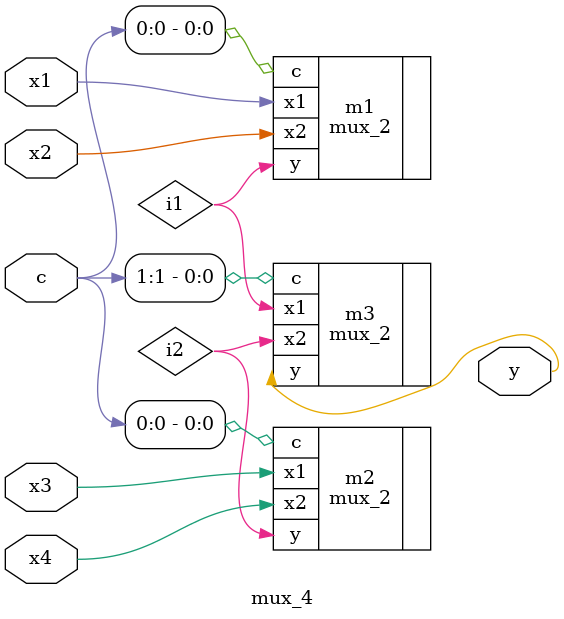
<source format=v>

`include "mux_2.v"
//start module
module mux_4(x1,x2,x3,x4,c,y);

//i/o ports
input x1,x2,x3,x4;
input [1:0]c;
output y;

//interconnecting wire
wire i1,i2;

//instantiate 2:1 MUX
//stage one
mux_2 m1(.x1(x1),.x2(x2),.c(c[0]),.y(i1));
mux_2 m2(.x1(x3),.x2(x4),.c(c[0]),.y(i2));
//stage two
mux_2 m3(.x1(i1),.x2(i2),.c(c[1]),.y(y));

//end module
endmodule

</source>
